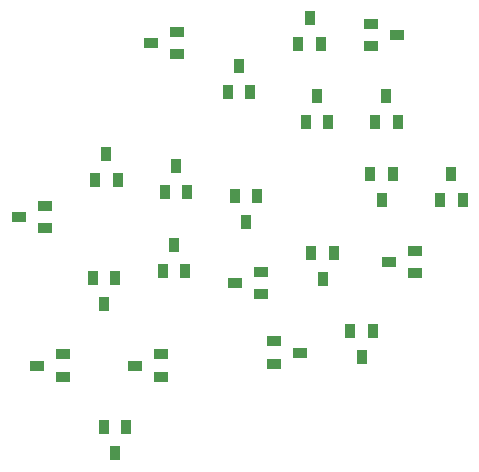
<source format=gtp>
G75*
%MOIN*%
%OFA0B0*%
%FSLAX25Y25*%
%IPPOS*%
%LPD*%
%AMOC8*
5,1,8,0,0,1.08239X$1,22.5*
%
%ADD10R,0.03537X0.05112*%
%ADD11R,0.05112X0.03537*%
D10*
X0075449Y0039819D03*
X0082929Y0039819D03*
X0079189Y0031157D03*
X0075646Y0080764D03*
X0079386Y0089425D03*
X0071906Y0089425D03*
X0095134Y0091787D03*
X0102614Y0091787D03*
X0098874Y0100449D03*
X0095921Y0118165D03*
X0103402Y0118165D03*
X0099661Y0126827D03*
X0080173Y0122102D03*
X0072693Y0122102D03*
X0076433Y0130764D03*
X0116787Y0151630D03*
X0124268Y0151630D03*
X0120528Y0160291D03*
X0140409Y0167378D03*
X0147890Y0167378D03*
X0144150Y0176039D03*
X0146512Y0150055D03*
X0150252Y0141394D03*
X0142772Y0141394D03*
X0164425Y0124071D03*
X0171906Y0124071D03*
X0168165Y0115409D03*
X0187654Y0115409D03*
X0195134Y0115409D03*
X0191394Y0124071D03*
X0173480Y0141394D03*
X0166000Y0141394D03*
X0169740Y0150055D03*
X0126630Y0116984D03*
X0119150Y0116984D03*
X0122890Y0108323D03*
X0144740Y0097693D03*
X0152220Y0097693D03*
X0148480Y0089031D03*
X0157732Y0071709D03*
X0165213Y0071709D03*
X0161472Y0063047D03*
D11*
X0053205Y0060291D03*
X0061866Y0056551D03*
X0061866Y0064031D03*
X0085882Y0060291D03*
X0094543Y0056551D03*
X0094543Y0064031D03*
X0119346Y0087850D03*
X0128008Y0084110D03*
X0128008Y0091591D03*
X0132339Y0068362D03*
X0132339Y0060882D03*
X0141000Y0064622D03*
X0170528Y0094937D03*
X0179189Y0091197D03*
X0179189Y0098677D03*
X0164622Y0166787D03*
X0164622Y0174268D03*
X0173283Y0170528D03*
X0100055Y0171512D03*
X0100055Y0164031D03*
X0091394Y0167772D03*
X0055961Y0113638D03*
X0055961Y0106157D03*
X0047299Y0109898D03*
M02*

</source>
